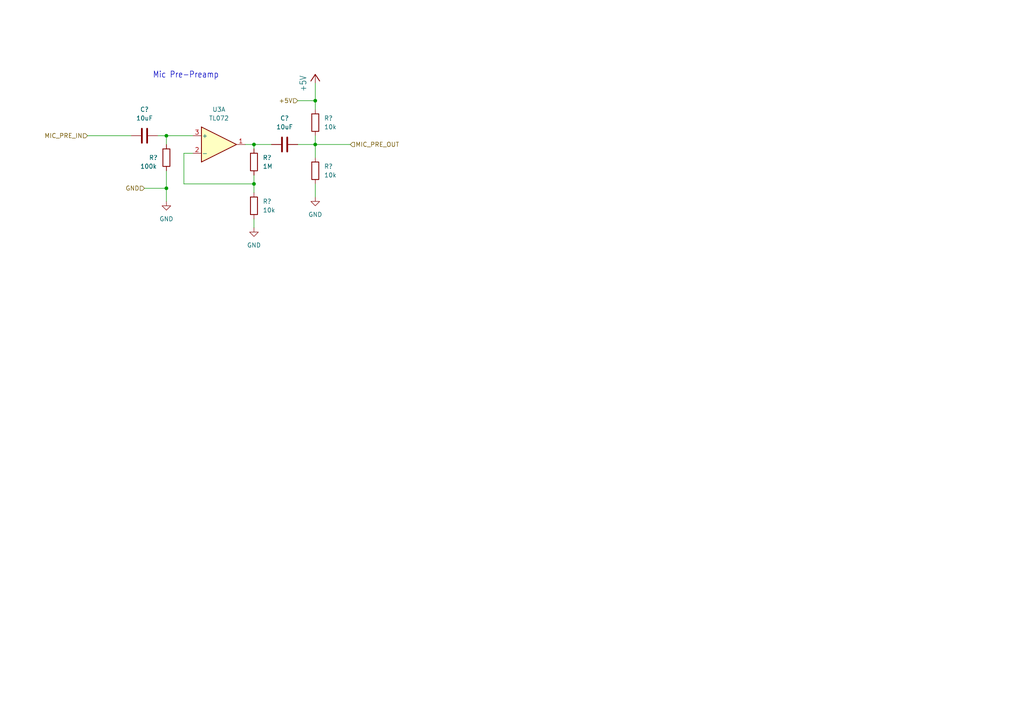
<source format=kicad_sch>
(kicad_sch (version 20211123) (generator eeschema)
  (paper "A4")
  (lib_symbols
    (symbol "Amplifier_Operational:TL072" (pin_names (offset 0.127))
      (property "Reference" "U" (at 0 5.08 0))
      (property "Value" "TL072" (at 0 -5.08 0))
      (symbol "TL072_1_1"
        (polyline (pts (xy -5.08 5.08) (xy 5.08 0) (xy -5.08 -5.08) (xy -5.08 5.08)) (stroke (width 0.254)) (fill (type background)))
        (pin output line (at 7.62 0 180) (length 2.54) (name "~") (number "1"))
        (pin input line (at -7.62 -2.54 0) (length 2.54) (name "-") (number "2"))
        (pin input line (at -7.62 2.54 0) (length 2.54) (name "+") (number "3"))
      )
      (symbol "TL072_2_1"
        (polyline (pts (xy -5.08 5.08) (xy 5.08 0) (xy -5.08 -5.08) (xy -5.08 5.08)) (stroke (width 0.254)) (fill (type background)))
        (pin input line (at -7.62 2.54 0) (length 2.54) (name "+") (number "5"))
        (pin input line (at -7.62 -2.54 0) (length 2.54) (name "-") (number "6"))
        (pin output line (at 7.62 0 180) (length 2.54) (name "~") (number "7"))
      )
      (symbol "TL072_3_1"
        (pin power_in line (at -2.54 -7.62 90) (length 3.81) (name "V-") (number "4"))
        (pin power_in line (at -2.54 7.62 270) (length 3.81) (name "V+") (number "8"))
      )
    )
    (symbol "Device:C" (pin_numbers hide) (pin_names (offset 0.254))
      (property "Reference" "C" (at 0.635 2.54 0))
      (property "Value" "C" (at 0.635 -2.54 0))
      (symbol "C_0_1"
        (polyline (pts (xy -2.032 -0.762) (xy 2.032 -0.762)) (stroke (width 0.508)))
        (polyline (pts (xy -2.032 0.762) (xy 2.032 0.762)) (stroke (width 0.508)))
      )
      (symbol "C_1_1"
        (pin passive line (at 0 3.81 270) (length 2.794) (name "~") (number "1"))
        (pin passive line (at 0 -3.81 90) (length 2.794) (name "~") (number "2"))
      )
    )
    (symbol "Device:R" (pin_numbers hide) (pin_names (offset 0))
      (property "Reference" "R" (at 2.032 0 90))
      (property "Value" "R" (at 0 0 90))
      (symbol "R_0_1"
        (rectangle (start -1.016 -2.54) (end 1.016 2.54) (stroke (width 0.254)))
      )
      (symbol "R_1_1"
        (pin passive line (at 0 3.81 270) (length 1.27) (name "~") (number "1"))
        (pin passive line (at 0 -3.81 90) (length 1.27) (name "~") (number "2"))
      )
    )
    (symbol "Steuerungsmodul-eagle-import:+5V" (power)
      (property "Value" "+5V" (at -2.54 -5.08 90))
      (symbol "+5V_1_0"
        (polyline (pts (xy 0 0) (xy -1.27 -1.905)) (stroke (width 0.254)))
        (polyline (pts (xy 1.27 -1.905) (xy 0 0)) (stroke (width 0.254)))
        (pin power_in line (at 0 -2.54 90) (length 2.54) (name "+5V") (number "1"))
      )
    )
    (symbol "power:GND" (power) (pin_names (offset 0))
      (property "Value" "GND" (at 0 -3.81 0))
      (symbol "GND_0_1"
        (polyline (pts (xy 0 0) (xy 0 -1.27) (xy 1.27 -1.27) (xy 0 -2.54) (xy -1.27 -1.27) (xy 0 -1.27)))
      )
      (symbol "GND_1_1"
        (pin power_in line (at 0 0 270) (length 0) hide (name "GND") (number "1"))
      )
    )
  )
  (junction (at 48.26 54.61))
  (junction (at 91.44 29.21))
  (junction (at 73.66 53.34))
  (junction (at 73.66 41.91))
  (junction (at 91.44 41.91))
  (junction (at 48.26 39.37))
  (wire (pts (xy 73.66 63.5) (xy 73.66 66.04)))
  (wire (pts (xy 71.12 41.91) (xy 73.66 41.91)))
  (wire (pts (xy 86.36 41.91) (xy 91.44 41.91)))
  (wire (pts (xy 86.36 29.21) (xy 91.44 29.21)))
  (wire (pts (xy 78.74 41.91) (xy 73.66 41.91)))
  (wire (pts (xy 73.66 50.8) (xy 73.66 53.34)))
  (wire (pts (xy 38.1 39.37) (xy 25.4 39.37)))
  (wire (pts (xy 91.44 53.34) (xy 91.44 57.15)))
  (wire (pts (xy 91.44 41.91) (xy 101.6 41.91)))
  (wire (pts (xy 48.26 39.37) (xy 55.88 39.37)))
  (wire (pts (xy 91.44 24.13) (xy 91.44 29.21)))
  (wire (pts (xy 48.26 49.53) (xy 48.26 54.61)))
  (wire (pts (xy 91.44 29.21) (xy 91.44 31.75)))
  (wire (pts (xy 53.34 53.34) (xy 73.66 53.34)))
  (wire (pts (xy 53.34 44.45) (xy 53.34 53.34)))
  (wire (pts (xy 91.44 39.37) (xy 91.44 41.91)))
  (wire (pts (xy 55.88 44.45) (xy 53.34 44.45)))
  (wire (pts (xy 73.66 53.34) (xy 73.66 55.88)))
  (wire (pts (xy 45.72 39.37) (xy 48.26 39.37)))
  (wire (pts (xy 41.91 54.61) (xy 48.26 54.61)))
  (wire (pts (xy 48.26 39.37) (xy 48.26 41.91)))
  (wire (pts (xy 48.26 54.61) (xy 48.26 58.42)))
  (wire (pts (xy 91.44 41.91) (xy 91.44 45.72)))
  (wire (pts (xy 73.66 41.91) (xy 73.66 43.18)))
  (text "Mic Pre-Preamp" (at 63.5 22.86 180) (effects (font (size 1.778 1.5113)) (justify right bottom)))
  (hierarchical_label "+5V" (shape input) (at 86.36 29.21 180))
  (hierarchical_label "MIC_PRE_IN" (shape input) (at 25.4 39.37 180))
  (hierarchical_label "GND" (shape input) (at 41.91 54.61 180))
  (hierarchical_label "MIC_PRE_OUT" (shape input) (at 101.6 41.91 0))
  (symbol (lib_id "Device:R") (at 91.44 49.53 0) (unit 1)
    (property "Reference" "R?" (at 93.98 48.2599 0) (effects (justify left)))
    (property "Value" "10k" (at 93.98 50.7999 0) (effects (justify left)))
    (property "Footprint" "Resistor_SMD:R_0805_2012Metric" (effects hide))
  )
  (symbol (lib_id "Device:R") (at 73.66 59.69 0) (unit 1)
    (property "Reference" "R?" (at 76.2 58.4199 0) (effects (justify left)))
    (property "Value" "10k" (at 76.2 60.9599 0) (effects (justify left)))
    (property "Footprint" "Resistor_SMD:R_0805_2012Metric" (effects hide))
  )
  (symbol (lib_id "Device:R") (at 91.44 35.56 0) (unit 1)
    (property "Reference" "R?" (at 93.98 34.2899 0) (effects (justify left)))
    (property "Value" "10k" (at 93.98 36.8299 0) (effects (justify left)))
    (property "Footprint" "Resistor_SMD:R_0805_2012Metric" (effects hide))
  )
  (symbol (lib_id "Amplifier_Operational:TL072") (at 63.5 41.91 0) (unit 1)
    (property "Reference" "U3" (at 63.5 31.75 0))
    (property "Value" "TL072" (at 63.5 34.29 0))
    (property "Footprint" "Package_SO:SOIC-8_3.9x4.9mm_P1.27mm" (effects hide))
    (property "Datasheet" "http://www.ti.com/lit/ds/symlink/tl071.pdf" (effects hide))
  )
  (symbol (lib_id "power:GND") (at 48.26 58.42 0) (unit 1)
    (property "Reference" "#PWR?" (effects hide))
    (property "Value" "GND" (at 48.26 63.5 0))
  )
  (symbol (lib_id "Device:C") (at 41.91 39.37 270) (unit 1)
    (property "Reference" "C?" (at 41.91 31.75 90))
    (property "Value" "10uF" (at 41.91 34.29 90))
    (property "Footprint" "Capacitor_SMD:C_0805_2012Metric" (effects hide))
  )
  (symbol (lib_id "Device:R") (at 48.26 45.72 0) (unit 1)
    (property "Reference" "R?" (at 43.18 45.72 0) (effects (justify left)))
    (property "Value" "100k" (at 40.64 48.26 0) (effects (justify left)))
    (property "Footprint" "Resistor_SMD:R_0805_2012Metric" (effects hide))
  )
  (symbol (lib_id "power:GND") (at 91.44 57.15 0) (unit 1)
    (property "Reference" "#PWR?" (effects hide))
    (property "Value" "GND" (at 91.44 62.23 0))
  )
  (symbol (lib_id "power:GND") (at 73.66 66.04 0) (unit 1)
    (property "Reference" "#PWR?" (effects hide))
    (property "Value" "GND" (at 73.66 71.12 0))
  )
  (symbol (lib_id "Device:R") (at 73.66 46.99 0) (unit 1)
    (property "Reference" "R?" (at 76.2 45.7199 0) (effects (justify left)))
    (property "Value" "1M" (at 76.2 48.2599 0) (effects (justify left)))
    (property "Footprint" "Resistor_SMD:R_0805_2012Metric" (effects hide))
  )
  (symbol (lib_id "Device:C") (at 82.55 41.91 270) (unit 1)
    (property "Reference" "C?" (at 82.55 34.29 90))
    (property "Value" "10uF" (at 82.55 36.83 90))
    (property "Footprint" "Capacitor_SMD:C_0805_2012Metric" (effects hide))
  )
  (symbol (lib_id "Steuerungsmodul-eagle-import:+5V") (at 91.44 21.59 0) (unit 1)
    (property "Reference" "#P+?" (effects hide))
    (property "Value" "+5V" (at 88.9 26.67 90) (effects (font (size 1.778 1.5113)) (justify left bottom)))
    (property "Footprint" "Steuerungsmodul:" (effects hide))
  )
)
</source>
